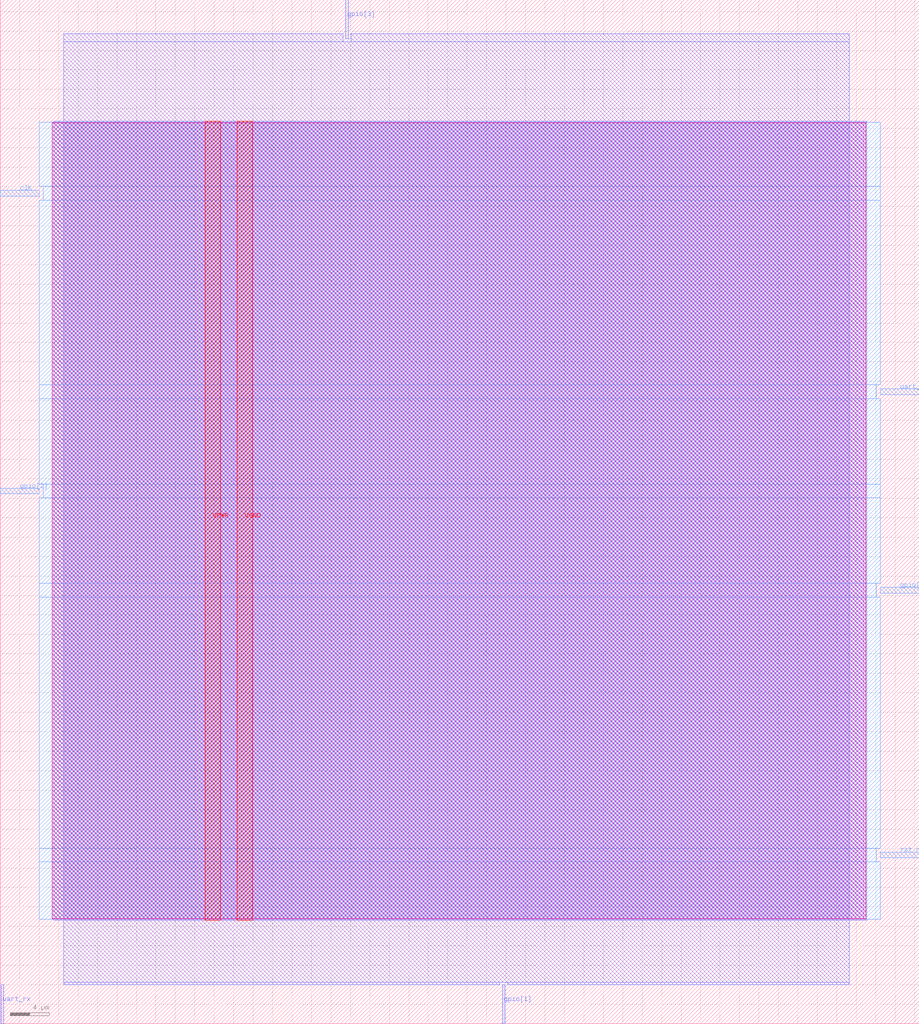
<source format=lef>
VERSION 5.7 ;
  NOWIREEXTENSIONATPIN ON ;
  DIVIDERCHAR "/" ;
  BUSBITCHARS "[]" ;
MACRO tiny_soc
  CLASS BLOCK ;
  FOREIGN tiny_soc ;
  ORIGIN 0.000 0.000 ;
  SIZE 94.480 BY 105.200 ;
  PIN VGND
    DIRECTION INOUT ;
    USE GROUND ;
    PORT
      LAYER met4 ;
        RECT 24.340 10.640 25.940 92.720 ;
    END
  END VGND
  PIN VPWR
    DIRECTION INOUT ;
    USE POWER ;
    PORT
      LAYER met4 ;
        RECT 21.040 10.640 22.640 92.720 ;
    END
  END VPWR
  PIN clk
    DIRECTION INPUT ;
    USE SIGNAL ;
    ANTENNAGATEAREA 0.852000 ;
    PORT
      LAYER met3 ;
        RECT 0.000 85.040 4.000 85.640 ;
    END
  END clk
  PIN gpio[0]
    DIRECTION OUTPUT ;
    USE SIGNAL ;
    ANTENNADIFFAREA 0.445500 ;
    PORT
      LAYER met3 ;
        RECT 90.480 44.240 94.480 44.840 ;
    END
  END gpio[0]
  PIN gpio[1]
    DIRECTION OUTPUT ;
    USE SIGNAL ;
    ANTENNADIFFAREA 0.445500 ;
    PORT
      LAYER met2 ;
        RECT 51.610 0.000 51.890 4.000 ;
    END
  END gpio[1]
  PIN gpio[2]
    DIRECTION OUTPUT ;
    USE SIGNAL ;
    ANTENNADIFFAREA 0.445500 ;
    PORT
      LAYER met3 ;
        RECT 0.000 54.440 4.000 55.040 ;
    END
  END gpio[2]
  PIN gpio[3]
    DIRECTION OUTPUT ;
    USE SIGNAL ;
    ANTENNADIFFAREA 0.445500 ;
    PORT
      LAYER met2 ;
        RECT 35.510 101.200 35.790 105.200 ;
    END
  END gpio[3]
  PIN rst_n
    DIRECTION INPUT ;
    USE SIGNAL ;
    ANTENNAGATEAREA 0.196500 ;
    PORT
      LAYER met3 ;
        RECT 90.480 17.040 94.480 17.640 ;
    END
  END rst_n
  PIN uart_rx
    DIRECTION INPUT ;
    USE SIGNAL ;
    PORT
      LAYER met2 ;
        RECT 0.090 0.000 0.370 4.000 ;
    END
  END uart_rx
  PIN uart_tx
    DIRECTION OUTPUT ;
    USE SIGNAL ;
    ANTENNADIFFAREA 0.445500 ;
    PORT
      LAYER met3 ;
        RECT 90.480 64.640 94.480 65.240 ;
    END
  END uart_tx
  OBS
      LAYER nwell ;
        RECT 5.330 10.795 88.970 92.565 ;
      LAYER li1 ;
        RECT 5.520 10.795 88.780 92.565 ;
      LAYER met1 ;
        RECT 5.520 10.640 89.080 92.720 ;
      LAYER met2 ;
        RECT 6.530 100.920 35.230 101.730 ;
        RECT 36.070 100.920 87.310 101.730 ;
        RECT 6.530 4.280 87.310 100.920 ;
        RECT 6.530 4.000 51.330 4.280 ;
        RECT 52.170 4.000 87.310 4.280 ;
      LAYER met3 ;
        RECT 4.000 86.040 90.480 92.645 ;
        RECT 4.400 84.640 90.480 86.040 ;
        RECT 4.000 65.640 90.480 84.640 ;
        RECT 4.000 64.240 90.080 65.640 ;
        RECT 4.000 55.440 90.480 64.240 ;
        RECT 4.400 54.040 90.480 55.440 ;
        RECT 4.000 45.240 90.480 54.040 ;
        RECT 4.000 43.840 90.080 45.240 ;
        RECT 4.000 18.040 90.480 43.840 ;
        RECT 4.000 16.640 90.080 18.040 ;
        RECT 4.000 10.715 90.480 16.640 ;
  END
END tiny_soc
END LIBRARY


</source>
